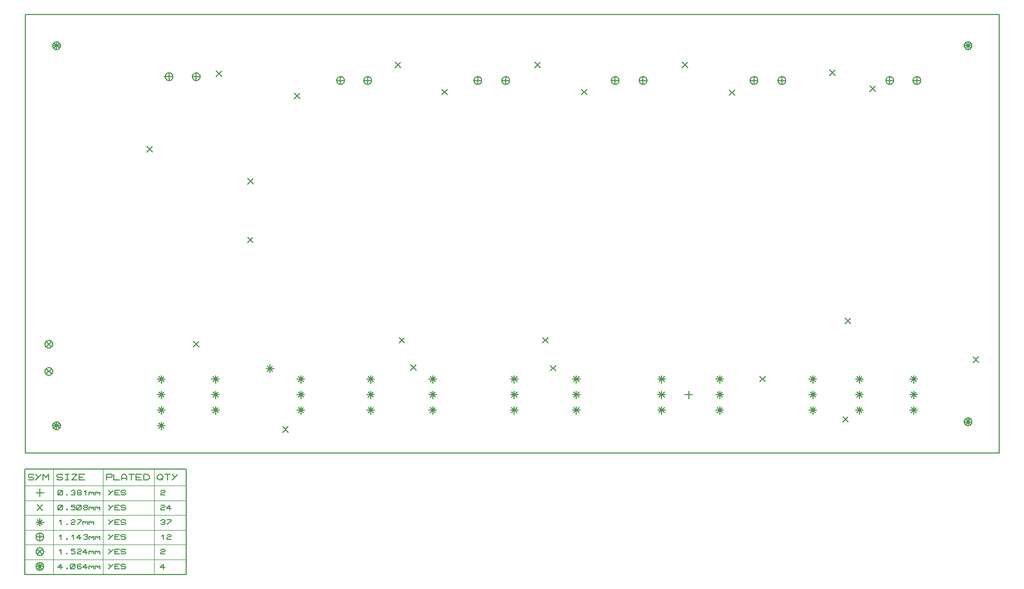
<source format=gbr>
G04 PROTEUS RS274X GERBER FILE*
%FSLAX45Y45*%
%MOMM*%
G01*
%ADD39C,0.203200*%
%ADD124C,0.127000*%
%ADD125C,0.063500*%
D39*
X-1314901Y-2368099D02*
X-1225099Y-2457901D01*
X-1314901Y-2457901D02*
X-1225099Y-2368099D01*
X+5987599Y-2050599D02*
X+6077401Y-2140401D01*
X+5987599Y-2140401D02*
X+6077401Y-2050599D01*
X+1034599Y-2368099D02*
X+1124401Y-2457901D01*
X+1034599Y-2457901D02*
X+1124401Y-2368099D01*
X-3424759Y-2813072D02*
X-3424759Y-2940072D01*
X-3488259Y-2876572D02*
X-3361259Y-2876572D01*
X+3429000Y-3238500D02*
X+3429000Y-3365500D01*
X+3365500Y-3302000D02*
X+3492500Y-3302000D01*
X+5950393Y-3660950D02*
X+6040195Y-3750752D01*
X+5950393Y-3750752D02*
X+6040195Y-3660950D01*
X+8083099Y-2685599D02*
X+8172901Y-2775401D01*
X+8083099Y-2775401D02*
X+8172901Y-2685599D01*
X-3029401Y+1632401D02*
X-2939599Y+1542599D01*
X-3029401Y+1542599D02*
X-2939599Y+1632401D01*
X-616401Y+1695901D02*
X-526599Y+1606099D01*
X-616401Y+1606099D02*
X-526599Y+1695901D01*
X+1669599Y+1695901D02*
X+1759401Y+1606099D01*
X+1669599Y+1606099D02*
X+1759401Y+1695901D01*
X+4089445Y+1689910D02*
X+4179247Y+1600108D01*
X+4089445Y+1600108D02*
X+4179247Y+1689910D01*
X+5733599Y+2013401D02*
X+5823401Y+1923599D01*
X+5733599Y+1923599D02*
X+5823401Y+2013401D01*
X+6392255Y+1751930D02*
X+6482057Y+1662128D01*
X+6392255Y+1662128D02*
X+6482057Y+1751930D01*
X+3320599Y+2140401D02*
X+3410401Y+2050599D01*
X+3320599Y+2050599D02*
X+3410401Y+2140401D01*
X+907599Y+2140401D02*
X+997401Y+2050599D01*
X+907599Y+2050599D02*
X+997401Y+2140401D01*
X-1378401Y+2140401D02*
X-1288599Y+2050599D01*
X-1378401Y+2050599D02*
X-1288599Y+2140401D01*
X-4680401Y-2431599D02*
X-4590599Y-2521401D01*
X-4680401Y-2521401D02*
X-4590599Y-2431599D01*
X-3473901Y-2831671D02*
X-3384099Y-2921473D01*
X-3473901Y-2921473D02*
X-3384099Y-2831671D01*
X-3219901Y-3828599D02*
X-3130099Y-3918401D01*
X-3219901Y-3918401D02*
X-3130099Y-3828599D01*
X-3794746Y-723178D02*
X-3704944Y-812980D01*
X-3794746Y-812980D02*
X-3704944Y-723178D01*
X-3791401Y+235401D02*
X-3701599Y+145599D01*
X-3791401Y+145599D02*
X-3701599Y+235401D01*
X-4308862Y+1999984D02*
X-4219060Y+1910182D01*
X-4308862Y+1910182D02*
X-4219060Y+1999984D01*
X-5439461Y+763587D02*
X-5349659Y+673785D01*
X-5439461Y+673785D02*
X-5349659Y+763587D01*
X-1124401Y-2812599D02*
X-1034599Y-2902401D01*
X-1124401Y-2902401D02*
X-1034599Y-2812599D01*
X+4590599Y-3003099D02*
X+4680401Y-3092901D01*
X+4590599Y-3092901D02*
X+4680401Y-3003099D01*
X+1161599Y-2825299D02*
X+1251401Y-2915101D01*
X+1161599Y-2915101D02*
X+1251401Y-2825299D01*
X-6985000Y-2476500D02*
X-6985217Y-2471253D01*
X-6986982Y-2460758D01*
X-6990674Y-2450263D01*
X-6996702Y-2439768D01*
X-7005924Y-2429388D01*
X-7016419Y-2421700D01*
X-7026914Y-2416782D01*
X-7037409Y-2413976D01*
X-7047904Y-2413003D01*
X-7048500Y-2413000D01*
X-7112000Y-2476500D02*
X-7111783Y-2471253D01*
X-7110018Y-2460758D01*
X-7106326Y-2450263D01*
X-7100298Y-2439768D01*
X-7091076Y-2429388D01*
X-7080581Y-2421700D01*
X-7070086Y-2416782D01*
X-7059591Y-2413976D01*
X-7049096Y-2413003D01*
X-7048500Y-2413000D01*
X-7112000Y-2476500D02*
X-7111783Y-2481747D01*
X-7110018Y-2492242D01*
X-7106326Y-2502737D01*
X-7100298Y-2513232D01*
X-7091076Y-2523612D01*
X-7080581Y-2531300D01*
X-7070086Y-2536218D01*
X-7059591Y-2539024D01*
X-7049096Y-2539997D01*
X-7048500Y-2540000D01*
X-6985000Y-2476500D02*
X-6985217Y-2481747D01*
X-6986982Y-2492242D01*
X-6990674Y-2502737D01*
X-6996702Y-2513232D01*
X-7005924Y-2523612D01*
X-7016419Y-2531300D01*
X-7026914Y-2536218D01*
X-7037409Y-2539024D01*
X-7047904Y-2539997D01*
X-7048500Y-2540000D01*
X-7093401Y-2431599D02*
X-7003599Y-2521401D01*
X-7093401Y-2521401D02*
X-7003599Y-2431599D01*
X-6985000Y-2921000D02*
X-6985217Y-2915753D01*
X-6986982Y-2905258D01*
X-6990674Y-2894763D01*
X-6996702Y-2884268D01*
X-7005924Y-2873888D01*
X-7016419Y-2866200D01*
X-7026914Y-2861282D01*
X-7037409Y-2858476D01*
X-7047904Y-2857503D01*
X-7048500Y-2857500D01*
X-7112000Y-2921000D02*
X-7111783Y-2915753D01*
X-7110018Y-2905258D01*
X-7106326Y-2894763D01*
X-7100298Y-2884268D01*
X-7091076Y-2873888D01*
X-7080581Y-2866200D01*
X-7070086Y-2861282D01*
X-7059591Y-2858476D01*
X-7049096Y-2857503D01*
X-7048500Y-2857500D01*
X-7112000Y-2921000D02*
X-7111783Y-2926247D01*
X-7110018Y-2936742D01*
X-7106326Y-2947237D01*
X-7100298Y-2957732D01*
X-7091076Y-2968112D01*
X-7080581Y-2975800D01*
X-7070086Y-2980718D01*
X-7059591Y-2983524D01*
X-7049096Y-2984497D01*
X-7048500Y-2984500D01*
X-6985000Y-2921000D02*
X-6985217Y-2926247D01*
X-6986982Y-2936742D01*
X-6990674Y-2947237D01*
X-6996702Y-2957732D01*
X-7005924Y-2968112D01*
X-7016419Y-2975800D01*
X-7026914Y-2980718D01*
X-7037409Y-2983524D01*
X-7047904Y-2984497D01*
X-7048500Y-2984500D01*
X-7093401Y-2876099D02*
X-7003599Y-2965901D01*
X-7093401Y-2965901D02*
X-7003599Y-2876099D01*
X-1765300Y+1841500D02*
X-1765517Y+1846747D01*
X-1767282Y+1857242D01*
X-1770974Y+1867737D01*
X-1777002Y+1878232D01*
X-1786224Y+1888612D01*
X-1796719Y+1896300D01*
X-1807214Y+1901218D01*
X-1817709Y+1904024D01*
X-1828204Y+1904997D01*
X-1828800Y+1905000D01*
X-1892300Y+1841500D02*
X-1892083Y+1846747D01*
X-1890318Y+1857242D01*
X-1886626Y+1867737D01*
X-1880598Y+1878232D01*
X-1871376Y+1888612D01*
X-1860881Y+1896300D01*
X-1850386Y+1901218D01*
X-1839891Y+1904024D01*
X-1829396Y+1904997D01*
X-1828800Y+1905000D01*
X-1892300Y+1841500D02*
X-1892083Y+1836253D01*
X-1890318Y+1825758D01*
X-1886626Y+1815263D01*
X-1880598Y+1804768D01*
X-1871376Y+1794388D01*
X-1860881Y+1786700D01*
X-1850386Y+1781782D01*
X-1839891Y+1778976D01*
X-1829396Y+1778003D01*
X-1828800Y+1778000D01*
X-1765300Y+1841500D02*
X-1765517Y+1836253D01*
X-1767282Y+1825758D01*
X-1770974Y+1815263D01*
X-1777002Y+1804768D01*
X-1786224Y+1794388D01*
X-1796719Y+1786700D01*
X-1807214Y+1781782D01*
X-1817709Y+1778976D01*
X-1828204Y+1778003D01*
X-1828800Y+1778000D01*
X-1828800Y+1905000D02*
X-1828800Y+1778000D01*
X-1892300Y+1841500D02*
X-1765300Y+1841500D01*
X-2921000Y-3492500D02*
X-2921000Y-3619500D01*
X-2984500Y-3556000D02*
X-2857500Y-3556000D01*
X-2965901Y-3511099D02*
X-2876099Y-3600901D01*
X-2965901Y-3600901D02*
X-2876099Y-3511099D01*
X-2921000Y-2984500D02*
X-2921000Y-3111500D01*
X-2984500Y-3048000D02*
X-2857500Y-3048000D01*
X-2965901Y-3003099D02*
X-2876099Y-3092901D01*
X-2965901Y-3092901D02*
X-2876099Y-3003099D01*
X-2921000Y-3238500D02*
X-2921000Y-3365500D01*
X-2984500Y-3302000D02*
X-2857500Y-3302000D01*
X-2965901Y-3257099D02*
X-2876099Y-3346901D01*
X-2965901Y-3346901D02*
X-2876099Y-3257099D01*
X+495300Y+1841500D02*
X+495083Y+1846747D01*
X+493318Y+1857242D01*
X+489626Y+1867737D01*
X+483598Y+1878232D01*
X+474376Y+1888612D01*
X+463881Y+1896300D01*
X+453386Y+1901218D01*
X+442891Y+1904024D01*
X+432396Y+1904997D01*
X+431800Y+1905000D01*
X+368300Y+1841500D02*
X+368517Y+1846747D01*
X+370282Y+1857242D01*
X+373974Y+1867737D01*
X+380002Y+1878232D01*
X+389224Y+1888612D01*
X+399719Y+1896300D01*
X+410214Y+1901218D01*
X+420709Y+1904024D01*
X+431204Y+1904997D01*
X+431800Y+1905000D01*
X+368300Y+1841500D02*
X+368517Y+1836253D01*
X+370282Y+1825758D01*
X+373974Y+1815263D01*
X+380002Y+1804768D01*
X+389224Y+1794388D01*
X+399719Y+1786700D01*
X+410214Y+1781782D01*
X+420709Y+1778976D01*
X+431204Y+1778003D01*
X+431800Y+1778000D01*
X+495300Y+1841500D02*
X+495083Y+1836253D01*
X+493318Y+1825758D01*
X+489626Y+1815263D01*
X+483598Y+1804768D01*
X+474376Y+1794388D01*
X+463881Y+1786700D01*
X+453386Y+1781782D01*
X+442891Y+1778976D01*
X+432396Y+1778003D01*
X+431800Y+1778000D01*
X+431800Y+1905000D02*
X+431800Y+1778000D01*
X+368300Y+1841500D02*
X+495300Y+1841500D01*
X-762000Y-3492500D02*
X-762000Y-3619500D01*
X-825500Y-3556000D02*
X-698500Y-3556000D01*
X-806901Y-3511099D02*
X-717099Y-3600901D01*
X-806901Y-3600901D02*
X-717099Y-3511099D01*
X-762000Y-3238500D02*
X-762000Y-3365500D01*
X-825500Y-3302000D02*
X-698500Y-3302000D01*
X-806901Y-3257099D02*
X-717099Y-3346901D01*
X-806901Y-3346901D02*
X-717099Y-3257099D01*
X-762000Y-2984500D02*
X-762000Y-3111500D01*
X-825500Y-3048000D02*
X-698500Y-3048000D01*
X-806901Y-3003099D02*
X-717099Y-3092901D01*
X-806901Y-3092901D02*
X-717099Y-3003099D01*
X+1587500Y-3238500D02*
X+1587500Y-3365500D01*
X+1524000Y-3302000D02*
X+1651000Y-3302000D01*
X+1542599Y-3257099D02*
X+1632401Y-3346901D01*
X+1542599Y-3346901D02*
X+1632401Y-3257099D01*
X+1587500Y-3492500D02*
X+1587500Y-3619500D01*
X+1524000Y-3556000D02*
X+1651000Y-3556000D01*
X+1542599Y-3511099D02*
X+1632401Y-3600901D01*
X+1542599Y-3600901D02*
X+1632401Y-3511099D01*
X+1587500Y-2984500D02*
X+1587500Y-3111500D01*
X+1524000Y-3048000D02*
X+1651000Y-3048000D01*
X+1542599Y-3003099D02*
X+1632401Y-3092901D01*
X+1542599Y-3092901D02*
X+1632401Y-3003099D01*
X+2743200Y+1841500D02*
X+2742983Y+1846747D01*
X+2741218Y+1857242D01*
X+2737526Y+1867737D01*
X+2731498Y+1878232D01*
X+2722276Y+1888612D01*
X+2711781Y+1896300D01*
X+2701286Y+1901218D01*
X+2690791Y+1904024D01*
X+2680296Y+1904997D01*
X+2679700Y+1905000D01*
X+2616200Y+1841500D02*
X+2616417Y+1846747D01*
X+2618182Y+1857242D01*
X+2621874Y+1867737D01*
X+2627902Y+1878232D01*
X+2637124Y+1888612D01*
X+2647619Y+1896300D01*
X+2658114Y+1901218D01*
X+2668609Y+1904024D01*
X+2679104Y+1904997D01*
X+2679700Y+1905000D01*
X+2616200Y+1841500D02*
X+2616417Y+1836253D01*
X+2618182Y+1825758D01*
X+2621874Y+1815263D01*
X+2627902Y+1804768D01*
X+2637124Y+1794388D01*
X+2647619Y+1786700D01*
X+2658114Y+1781782D01*
X+2668609Y+1778976D01*
X+2679104Y+1778003D01*
X+2679700Y+1778000D01*
X+2743200Y+1841500D02*
X+2742983Y+1836253D01*
X+2741218Y+1825758D01*
X+2737526Y+1815263D01*
X+2731498Y+1804768D01*
X+2722276Y+1794388D01*
X+2711781Y+1786700D01*
X+2701286Y+1781782D01*
X+2690791Y+1778976D01*
X+2680296Y+1778003D01*
X+2679700Y+1778000D01*
X+2679700Y+1905000D02*
X+2679700Y+1778000D01*
X+2616200Y+1841500D02*
X+2743200Y+1841500D01*
X+3937000Y-3492500D02*
X+3937000Y-3619500D01*
X+3873500Y-3556000D02*
X+4000500Y-3556000D01*
X+3892099Y-3511099D02*
X+3981901Y-3600901D01*
X+3892099Y-3600901D02*
X+3981901Y-3511099D01*
X+6223000Y-3492500D02*
X+6223000Y-3619500D01*
X+6159500Y-3556000D02*
X+6286500Y-3556000D01*
X+6178099Y-3511099D02*
X+6267901Y-3600901D01*
X+6178099Y-3600901D02*
X+6267901Y-3511099D01*
X+3937000Y-2984500D02*
X+3937000Y-3111500D01*
X+3873500Y-3048000D02*
X+4000500Y-3048000D01*
X+3892099Y-3003099D02*
X+3981901Y-3092901D01*
X+3892099Y-3092901D02*
X+3981901Y-3003099D01*
X+6223000Y-2984500D02*
X+6223000Y-3111500D01*
X+6159500Y-3048000D02*
X+6286500Y-3048000D01*
X+6178099Y-3003099D02*
X+6267901Y-3092901D01*
X+6178099Y-3092901D02*
X+6267901Y-3003099D01*
X+3937000Y-3238500D02*
X+3937000Y-3365500D01*
X+3873500Y-3302000D02*
X+4000500Y-3302000D01*
X+3892099Y-3257099D02*
X+3981901Y-3346901D01*
X+3892099Y-3346901D02*
X+3981901Y-3257099D01*
X+6223000Y-3238500D02*
X+6223000Y-3365500D01*
X+6159500Y-3302000D02*
X+6286500Y-3302000D01*
X+6178099Y-3257099D02*
X+6267901Y-3346901D01*
X+6178099Y-3346901D02*
X+6267901Y-3257099D01*
X+5016500Y+1841500D02*
X+5016283Y+1846747D01*
X+5014518Y+1857242D01*
X+5010826Y+1867737D01*
X+5004798Y+1878232D01*
X+4995576Y+1888612D01*
X+4985081Y+1896300D01*
X+4974586Y+1901218D01*
X+4964091Y+1904024D01*
X+4953596Y+1904997D01*
X+4953000Y+1905000D01*
X+4889500Y+1841500D02*
X+4889717Y+1846747D01*
X+4891482Y+1857242D01*
X+4895174Y+1867737D01*
X+4901202Y+1878232D01*
X+4910424Y+1888612D01*
X+4920919Y+1896300D01*
X+4931414Y+1901218D01*
X+4941909Y+1904024D01*
X+4952404Y+1904997D01*
X+4953000Y+1905000D01*
X+4889500Y+1841500D02*
X+4889717Y+1836253D01*
X+4891482Y+1825758D01*
X+4895174Y+1815263D01*
X+4901202Y+1804768D01*
X+4910424Y+1794388D01*
X+4920919Y+1786700D01*
X+4931414Y+1781782D01*
X+4941909Y+1778976D01*
X+4952404Y+1778003D01*
X+4953000Y+1778000D01*
X+5016500Y+1841500D02*
X+5016283Y+1836253D01*
X+5014518Y+1825758D01*
X+5010826Y+1815263D01*
X+5004798Y+1804768D01*
X+4995576Y+1794388D01*
X+4985081Y+1786700D01*
X+4974586Y+1781782D01*
X+4964091Y+1778976D01*
X+4953596Y+1778003D01*
X+4953000Y+1778000D01*
X+4953000Y+1905000D02*
X+4953000Y+1778000D01*
X+4889500Y+1841500D02*
X+5016500Y+1841500D01*
X+7226300Y+1841500D02*
X+7226083Y+1846747D01*
X+7224318Y+1857242D01*
X+7220626Y+1867737D01*
X+7214598Y+1878232D01*
X+7205376Y+1888612D01*
X+7194881Y+1896300D01*
X+7184386Y+1901218D01*
X+7173891Y+1904024D01*
X+7163396Y+1904997D01*
X+7162800Y+1905000D01*
X+7099300Y+1841500D02*
X+7099517Y+1846747D01*
X+7101282Y+1857242D01*
X+7104974Y+1867737D01*
X+7111002Y+1878232D01*
X+7120224Y+1888612D01*
X+7130719Y+1896300D01*
X+7141214Y+1901218D01*
X+7151709Y+1904024D01*
X+7162204Y+1904997D01*
X+7162800Y+1905000D01*
X+7099300Y+1841500D02*
X+7099517Y+1836253D01*
X+7101282Y+1825758D01*
X+7104974Y+1815263D01*
X+7111002Y+1804768D01*
X+7120224Y+1794388D01*
X+7130719Y+1786700D01*
X+7141214Y+1781782D01*
X+7151709Y+1778976D01*
X+7162204Y+1778003D01*
X+7162800Y+1778000D01*
X+7226300Y+1841500D02*
X+7226083Y+1836253D01*
X+7224318Y+1825758D01*
X+7220626Y+1815263D01*
X+7214598Y+1804768D01*
X+7205376Y+1794388D01*
X+7194881Y+1786700D01*
X+7184386Y+1781782D01*
X+7173891Y+1778976D01*
X+7163396Y+1778003D01*
X+7162800Y+1778000D01*
X+7162800Y+1905000D02*
X+7162800Y+1778000D01*
X+7099300Y+1841500D02*
X+7226300Y+1841500D01*
X+7112000Y-3238500D02*
X+7112000Y-3365500D01*
X+7048500Y-3302000D02*
X+7175500Y-3302000D01*
X+7067099Y-3257099D02*
X+7156901Y-3346901D01*
X+7067099Y-3346901D02*
X+7156901Y-3257099D01*
X+5461000Y-3238500D02*
X+5461000Y-3365500D01*
X+5397500Y-3302000D02*
X+5524500Y-3302000D01*
X+5416099Y-3257099D02*
X+5505901Y-3346901D01*
X+5416099Y-3346901D02*
X+5505901Y-3257099D01*
X+2984500Y-3238500D02*
X+2984500Y-3365500D01*
X+2921000Y-3302000D02*
X+3048000Y-3302000D01*
X+2939599Y-3257099D02*
X+3029401Y-3346901D01*
X+2939599Y-3346901D02*
X+3029401Y-3257099D01*
X+571500Y-3238500D02*
X+571500Y-3365500D01*
X+508000Y-3302000D02*
X+635000Y-3302000D01*
X+526599Y-3257099D02*
X+616401Y-3346901D01*
X+526599Y-3346901D02*
X+616401Y-3257099D01*
X-1778000Y-3238500D02*
X-1778000Y-3365500D01*
X-1841500Y-3302000D02*
X-1714500Y-3302000D01*
X-1822901Y-3257099D02*
X-1733099Y-3346901D01*
X-1822901Y-3346901D02*
X-1733099Y-3257099D01*
X+7112000Y-3492500D02*
X+7112000Y-3619500D01*
X+7048500Y-3556000D02*
X+7175500Y-3556000D01*
X+7067099Y-3511099D02*
X+7156901Y-3600901D01*
X+7067099Y-3600901D02*
X+7156901Y-3511099D01*
X+5461000Y-3492500D02*
X+5461000Y-3619500D01*
X+5397500Y-3556000D02*
X+5524500Y-3556000D01*
X+5416099Y-3511099D02*
X+5505901Y-3600901D01*
X+5416099Y-3600901D02*
X+5505901Y-3511099D01*
X+2984500Y-3492500D02*
X+2984500Y-3619500D01*
X+2921000Y-3556000D02*
X+3048000Y-3556000D01*
X+2939599Y-3511099D02*
X+3029401Y-3600901D01*
X+2939599Y-3600901D02*
X+3029401Y-3511099D01*
X+571500Y-3492500D02*
X+571500Y-3619500D01*
X+508000Y-3556000D02*
X+635000Y-3556000D01*
X+526599Y-3511099D02*
X+616401Y-3600901D01*
X+526599Y-3600901D02*
X+616401Y-3511099D01*
X-1778000Y-3492500D02*
X-1778000Y-3619500D01*
X-1841500Y-3556000D02*
X-1714500Y-3556000D01*
X-1822901Y-3511099D02*
X-1733099Y-3600901D01*
X-1822901Y-3600901D02*
X-1733099Y-3511099D01*
X+7112000Y-2984500D02*
X+7112000Y-3111500D01*
X+7048500Y-3048000D02*
X+7175500Y-3048000D01*
X+7067099Y-3003099D02*
X+7156901Y-3092901D01*
X+7067099Y-3092901D02*
X+7156901Y-3003099D01*
X+5461000Y-2984500D02*
X+5461000Y-3111500D01*
X+5397500Y-3048000D02*
X+5524500Y-3048000D01*
X+5416099Y-3003099D02*
X+5505901Y-3092901D01*
X+5416099Y-3092901D02*
X+5505901Y-3003099D01*
X+2984500Y-2984500D02*
X+2984500Y-3111500D01*
X+2921000Y-3048000D02*
X+3048000Y-3048000D01*
X+2939599Y-3003099D02*
X+3029401Y-3092901D01*
X+2939599Y-3092901D02*
X+3029401Y-3003099D01*
X+571500Y-2984500D02*
X+571500Y-3111500D01*
X+508000Y-3048000D02*
X+635000Y-3048000D01*
X+526599Y-3003099D02*
X+616401Y-3092901D01*
X+526599Y-3092901D02*
X+616401Y-3003099D01*
X-1778000Y-2984500D02*
X-1778000Y-3111500D01*
X-1841500Y-3048000D02*
X-1714500Y-3048000D01*
X-1822901Y-3003099D02*
X-1733099Y-3092901D01*
X-1822901Y-3092901D02*
X-1733099Y-3003099D01*
X+6781800Y+1841500D02*
X+6781583Y+1846747D01*
X+6779818Y+1857242D01*
X+6776126Y+1867737D01*
X+6770098Y+1878232D01*
X+6760876Y+1888612D01*
X+6750381Y+1896300D01*
X+6739886Y+1901218D01*
X+6729391Y+1904024D01*
X+6718896Y+1904997D01*
X+6718300Y+1905000D01*
X+6654800Y+1841500D02*
X+6655017Y+1846747D01*
X+6656782Y+1857242D01*
X+6660474Y+1867737D01*
X+6666502Y+1878232D01*
X+6675724Y+1888612D01*
X+6686219Y+1896300D01*
X+6696714Y+1901218D01*
X+6707209Y+1904024D01*
X+6717704Y+1904997D01*
X+6718300Y+1905000D01*
X+6654800Y+1841500D02*
X+6655017Y+1836253D01*
X+6656782Y+1825758D01*
X+6660474Y+1815263D01*
X+6666502Y+1804768D01*
X+6675724Y+1794388D01*
X+6686219Y+1786700D01*
X+6696714Y+1781782D01*
X+6707209Y+1778976D01*
X+6717704Y+1778003D01*
X+6718300Y+1778000D01*
X+6781800Y+1841500D02*
X+6781583Y+1836253D01*
X+6779818Y+1825758D01*
X+6776126Y+1815263D01*
X+6770098Y+1804768D01*
X+6760876Y+1794388D01*
X+6750381Y+1786700D01*
X+6739886Y+1781782D01*
X+6729391Y+1778976D01*
X+6718896Y+1778003D01*
X+6718300Y+1778000D01*
X+6718300Y+1905000D02*
X+6718300Y+1778000D01*
X+6654800Y+1841500D02*
X+6781800Y+1841500D01*
X+4559300Y+1841500D02*
X+4559083Y+1846747D01*
X+4557318Y+1857242D01*
X+4553626Y+1867737D01*
X+4547598Y+1878232D01*
X+4538376Y+1888612D01*
X+4527881Y+1896300D01*
X+4517386Y+1901218D01*
X+4506891Y+1904024D01*
X+4496396Y+1904997D01*
X+4495800Y+1905000D01*
X+4432300Y+1841500D02*
X+4432517Y+1846747D01*
X+4434282Y+1857242D01*
X+4437974Y+1867737D01*
X+4444002Y+1878232D01*
X+4453224Y+1888612D01*
X+4463719Y+1896300D01*
X+4474214Y+1901218D01*
X+4484709Y+1904024D01*
X+4495204Y+1904997D01*
X+4495800Y+1905000D01*
X+4432300Y+1841500D02*
X+4432517Y+1836253D01*
X+4434282Y+1825758D01*
X+4437974Y+1815263D01*
X+4444002Y+1804768D01*
X+4453224Y+1794388D01*
X+4463719Y+1786700D01*
X+4474214Y+1781782D01*
X+4484709Y+1778976D01*
X+4495204Y+1778003D01*
X+4495800Y+1778000D01*
X+4559300Y+1841500D02*
X+4559083Y+1836253D01*
X+4557318Y+1825758D01*
X+4553626Y+1815263D01*
X+4547598Y+1804768D01*
X+4538376Y+1794388D01*
X+4527881Y+1786700D01*
X+4517386Y+1781782D01*
X+4506891Y+1778976D01*
X+4496396Y+1778003D01*
X+4495800Y+1778000D01*
X+4495800Y+1905000D02*
X+4495800Y+1778000D01*
X+4432300Y+1841500D02*
X+4559300Y+1841500D01*
X+2286000Y+1841500D02*
X+2285783Y+1846747D01*
X+2284018Y+1857242D01*
X+2280326Y+1867737D01*
X+2274298Y+1878232D01*
X+2265076Y+1888612D01*
X+2254581Y+1896300D01*
X+2244086Y+1901218D01*
X+2233591Y+1904024D01*
X+2223096Y+1904997D01*
X+2222500Y+1905000D01*
X+2159000Y+1841500D02*
X+2159217Y+1846747D01*
X+2160982Y+1857242D01*
X+2164674Y+1867737D01*
X+2170702Y+1878232D01*
X+2179924Y+1888612D01*
X+2190419Y+1896300D01*
X+2200914Y+1901218D01*
X+2211409Y+1904024D01*
X+2221904Y+1904997D01*
X+2222500Y+1905000D01*
X+2159000Y+1841500D02*
X+2159217Y+1836253D01*
X+2160982Y+1825758D01*
X+2164674Y+1815263D01*
X+2170702Y+1804768D01*
X+2179924Y+1794388D01*
X+2190419Y+1786700D01*
X+2200914Y+1781782D01*
X+2211409Y+1778976D01*
X+2221904Y+1778003D01*
X+2222500Y+1778000D01*
X+2286000Y+1841500D02*
X+2285783Y+1836253D01*
X+2284018Y+1825758D01*
X+2280326Y+1815263D01*
X+2274298Y+1804768D01*
X+2265076Y+1794388D01*
X+2254581Y+1786700D01*
X+2244086Y+1781782D01*
X+2233591Y+1778976D01*
X+2223096Y+1778003D01*
X+2222500Y+1778000D01*
X+2222500Y+1905000D02*
X+2222500Y+1778000D01*
X+2159000Y+1841500D02*
X+2286000Y+1841500D01*
X+38100Y+1841500D02*
X+37883Y+1846747D01*
X+36118Y+1857242D01*
X+32426Y+1867737D01*
X+26398Y+1878232D01*
X+17176Y+1888612D01*
X+6681Y+1896300D01*
X-3814Y+1901218D01*
X-14309Y+1904024D01*
X-24804Y+1904997D01*
X-25400Y+1905000D01*
X-88900Y+1841500D02*
X-88683Y+1846747D01*
X-86918Y+1857242D01*
X-83226Y+1867737D01*
X-77198Y+1878232D01*
X-67976Y+1888612D01*
X-57481Y+1896300D01*
X-46986Y+1901218D01*
X-36491Y+1904024D01*
X-25996Y+1904997D01*
X-25400Y+1905000D01*
X-88900Y+1841500D02*
X-88683Y+1836253D01*
X-86918Y+1825758D01*
X-83226Y+1815263D01*
X-77198Y+1804768D01*
X-67976Y+1794388D01*
X-57481Y+1786700D01*
X-46986Y+1781782D01*
X-36491Y+1778976D01*
X-25996Y+1778003D01*
X-25400Y+1778000D01*
X+38100Y+1841500D02*
X+37883Y+1836253D01*
X+36118Y+1825758D01*
X+32426Y+1815263D01*
X+26398Y+1804768D01*
X+17176Y+1794388D01*
X+6681Y+1786700D01*
X-3814Y+1781782D01*
X-14309Y+1778976D01*
X-24804Y+1778003D01*
X-25400Y+1778000D01*
X-25400Y+1905000D02*
X-25400Y+1778000D01*
X-88900Y+1841500D02*
X+38100Y+1841500D01*
X-2209800Y+1841500D02*
X-2210017Y+1846747D01*
X-2211782Y+1857242D01*
X-2215474Y+1867737D01*
X-2221502Y+1878232D01*
X-2230724Y+1888612D01*
X-2241219Y+1896300D01*
X-2251714Y+1901218D01*
X-2262209Y+1904024D01*
X-2272704Y+1904997D01*
X-2273300Y+1905000D01*
X-2336800Y+1841500D02*
X-2336583Y+1846747D01*
X-2334818Y+1857242D01*
X-2331126Y+1867737D01*
X-2325098Y+1878232D01*
X-2315876Y+1888612D01*
X-2305381Y+1896300D01*
X-2294886Y+1901218D01*
X-2284391Y+1904024D01*
X-2273896Y+1904997D01*
X-2273300Y+1905000D01*
X-2336800Y+1841500D02*
X-2336583Y+1836253D01*
X-2334818Y+1825758D01*
X-2331126Y+1815263D01*
X-2325098Y+1804768D01*
X-2315876Y+1794388D01*
X-2305381Y+1786700D01*
X-2294886Y+1781782D01*
X-2284391Y+1778976D01*
X-2273896Y+1778003D01*
X-2273300Y+1778000D01*
X-2209800Y+1841500D02*
X-2210017Y+1836253D01*
X-2211782Y+1825758D01*
X-2215474Y+1815263D01*
X-2221502Y+1804768D01*
X-2230724Y+1794388D01*
X-2241219Y+1786700D01*
X-2251714Y+1781782D01*
X-2262209Y+1778976D01*
X-2272704Y+1778003D01*
X-2273300Y+1778000D01*
X-2273300Y+1905000D02*
X-2273300Y+1778000D01*
X-2336800Y+1841500D02*
X-2209800Y+1841500D01*
X-5016500Y+1905000D02*
X-5016717Y+1910247D01*
X-5018482Y+1920742D01*
X-5022174Y+1931237D01*
X-5028202Y+1941732D01*
X-5037424Y+1952112D01*
X-5047919Y+1959800D01*
X-5058414Y+1964718D01*
X-5068909Y+1967524D01*
X-5079404Y+1968497D01*
X-5080000Y+1968500D01*
X-5143500Y+1905000D02*
X-5143283Y+1910247D01*
X-5141518Y+1920742D01*
X-5137826Y+1931237D01*
X-5131798Y+1941732D01*
X-5122576Y+1952112D01*
X-5112081Y+1959800D01*
X-5101586Y+1964718D01*
X-5091091Y+1967524D01*
X-5080596Y+1968497D01*
X-5080000Y+1968500D01*
X-5143500Y+1905000D02*
X-5143283Y+1899753D01*
X-5141518Y+1889258D01*
X-5137826Y+1878763D01*
X-5131798Y+1868268D01*
X-5122576Y+1857888D01*
X-5112081Y+1850200D01*
X-5101586Y+1845282D01*
X-5091091Y+1842476D01*
X-5080596Y+1841503D01*
X-5080000Y+1841500D01*
X-5016500Y+1905000D02*
X-5016717Y+1899753D01*
X-5018482Y+1889258D01*
X-5022174Y+1878763D01*
X-5028202Y+1868268D01*
X-5037424Y+1857888D01*
X-5047919Y+1850200D01*
X-5058414Y+1845282D01*
X-5068909Y+1842476D01*
X-5079404Y+1841503D01*
X-5080000Y+1841500D01*
X-5080000Y+1968500D02*
X-5080000Y+1841500D01*
X-5143500Y+1905000D02*
X-5016500Y+1905000D01*
X-4318000Y-3492500D02*
X-4318000Y-3619500D01*
X-4381500Y-3556000D02*
X-4254500Y-3556000D01*
X-4362901Y-3511099D02*
X-4273099Y-3600901D01*
X-4362901Y-3600901D02*
X-4273099Y-3511099D01*
X-4318000Y-2984500D02*
X-4318000Y-3111500D01*
X-4381500Y-3048000D02*
X-4254500Y-3048000D01*
X-4362901Y-3003099D02*
X-4273099Y-3092901D01*
X-4362901Y-3092901D02*
X-4273099Y-3003099D01*
X-4318000Y-3238500D02*
X-4318000Y-3365500D01*
X-4381500Y-3302000D02*
X-4254500Y-3302000D01*
X-4362901Y-3257099D02*
X-4273099Y-3346901D01*
X-4362901Y-3346901D02*
X-4273099Y-3257099D01*
X-6858000Y-3810000D02*
X-6858217Y-3804753D01*
X-6859982Y-3794258D01*
X-6863674Y-3783763D01*
X-6869702Y-3773268D01*
X-6878924Y-3762888D01*
X-6889419Y-3755200D01*
X-6899914Y-3750282D01*
X-6910409Y-3747476D01*
X-6920904Y-3746503D01*
X-6921500Y-3746500D01*
X-6985000Y-3810000D02*
X-6984783Y-3804753D01*
X-6983018Y-3794258D01*
X-6979326Y-3783763D01*
X-6973298Y-3773268D01*
X-6964076Y-3762888D01*
X-6953581Y-3755200D01*
X-6943086Y-3750282D01*
X-6932591Y-3747476D01*
X-6922096Y-3746503D01*
X-6921500Y-3746500D01*
X-6985000Y-3810000D02*
X-6984783Y-3815247D01*
X-6983018Y-3825742D01*
X-6979326Y-3836237D01*
X-6973298Y-3846732D01*
X-6964076Y-3857112D01*
X-6953581Y-3864800D01*
X-6943086Y-3869718D01*
X-6932591Y-3872524D01*
X-6922096Y-3873497D01*
X-6921500Y-3873500D01*
X-6858000Y-3810000D02*
X-6858217Y-3815247D01*
X-6859982Y-3825742D01*
X-6863674Y-3836237D01*
X-6869702Y-3846732D01*
X-6878924Y-3857112D01*
X-6889419Y-3864800D01*
X-6899914Y-3869718D01*
X-6910409Y-3872524D01*
X-6920904Y-3873497D01*
X-6921500Y-3873500D01*
X-6921500Y-3746500D02*
X-6921500Y-3873500D01*
X-6985000Y-3810000D02*
X-6858000Y-3810000D01*
X-6858217Y-3804753D01*
X-6859982Y-3794258D01*
X-6863674Y-3783763D01*
X-6869702Y-3773268D01*
X-6878924Y-3762888D01*
X-6889419Y-3755200D01*
X-6899914Y-3750282D01*
X-6910409Y-3747476D01*
X-6920904Y-3746503D01*
X-6921500Y-3746500D01*
X-6985000Y-3810000D02*
X-6984783Y-3804753D01*
X-6983018Y-3794258D01*
X-6979326Y-3783763D01*
X-6973298Y-3773268D01*
X-6964076Y-3762888D01*
X-6953581Y-3755200D01*
X-6943086Y-3750282D01*
X-6932591Y-3747476D01*
X-6922096Y-3746503D01*
X-6921500Y-3746500D01*
X-6985000Y-3810000D02*
X-6984783Y-3815247D01*
X-6983018Y-3825742D01*
X-6979326Y-3836237D01*
X-6973298Y-3846732D01*
X-6964076Y-3857112D01*
X-6953581Y-3864800D01*
X-6943086Y-3869718D01*
X-6932591Y-3872524D01*
X-6922096Y-3873497D01*
X-6921500Y-3873500D01*
X-6858000Y-3810000D02*
X-6858217Y-3815247D01*
X-6859982Y-3825742D01*
X-6863674Y-3836237D01*
X-6869702Y-3846732D01*
X-6878924Y-3857112D01*
X-6889419Y-3864800D01*
X-6899914Y-3869718D01*
X-6910409Y-3872524D01*
X-6920904Y-3873497D01*
X-6921500Y-3873500D01*
X-6966401Y-3765099D02*
X-6876599Y-3854901D01*
X-6966401Y-3854901D02*
X-6876599Y-3765099D01*
X-6858000Y+2413000D02*
X-6858217Y+2418247D01*
X-6859982Y+2428742D01*
X-6863674Y+2439237D01*
X-6869702Y+2449732D01*
X-6878924Y+2460112D01*
X-6889419Y+2467800D01*
X-6899914Y+2472718D01*
X-6910409Y+2475524D01*
X-6920904Y+2476497D01*
X-6921500Y+2476500D01*
X-6985000Y+2413000D02*
X-6984783Y+2418247D01*
X-6983018Y+2428742D01*
X-6979326Y+2439237D01*
X-6973298Y+2449732D01*
X-6964076Y+2460112D01*
X-6953581Y+2467800D01*
X-6943086Y+2472718D01*
X-6932591Y+2475524D01*
X-6922096Y+2476497D01*
X-6921500Y+2476500D01*
X-6985000Y+2413000D02*
X-6984783Y+2407753D01*
X-6983018Y+2397258D01*
X-6979326Y+2386763D01*
X-6973298Y+2376268D01*
X-6964076Y+2365888D01*
X-6953581Y+2358200D01*
X-6943086Y+2353282D01*
X-6932591Y+2350476D01*
X-6922096Y+2349503D01*
X-6921500Y+2349500D01*
X-6858000Y+2413000D02*
X-6858217Y+2407753D01*
X-6859982Y+2397258D01*
X-6863674Y+2386763D01*
X-6869702Y+2376268D01*
X-6878924Y+2365888D01*
X-6889419Y+2358200D01*
X-6899914Y+2353282D01*
X-6910409Y+2350476D01*
X-6920904Y+2349503D01*
X-6921500Y+2349500D01*
X-6921500Y+2476500D02*
X-6921500Y+2349500D01*
X-6985000Y+2413000D02*
X-6858000Y+2413000D01*
X-6858217Y+2418247D01*
X-6859982Y+2428742D01*
X-6863674Y+2439237D01*
X-6869702Y+2449732D01*
X-6878924Y+2460112D01*
X-6889419Y+2467800D01*
X-6899914Y+2472718D01*
X-6910409Y+2475524D01*
X-6920904Y+2476497D01*
X-6921500Y+2476500D01*
X-6985000Y+2413000D02*
X-6984783Y+2418247D01*
X-6983018Y+2428742D01*
X-6979326Y+2439237D01*
X-6973298Y+2449732D01*
X-6964076Y+2460112D01*
X-6953581Y+2467800D01*
X-6943086Y+2472718D01*
X-6932591Y+2475524D01*
X-6922096Y+2476497D01*
X-6921500Y+2476500D01*
X-6985000Y+2413000D02*
X-6984783Y+2407753D01*
X-6983018Y+2397258D01*
X-6979326Y+2386763D01*
X-6973298Y+2376268D01*
X-6964076Y+2365888D01*
X-6953581Y+2358200D01*
X-6943086Y+2353282D01*
X-6932591Y+2350476D01*
X-6922096Y+2349503D01*
X-6921500Y+2349500D01*
X-6858000Y+2413000D02*
X-6858217Y+2407753D01*
X-6859982Y+2397258D01*
X-6863674Y+2386763D01*
X-6869702Y+2376268D01*
X-6878924Y+2365888D01*
X-6889419Y+2358200D01*
X-6899914Y+2353282D01*
X-6910409Y+2350476D01*
X-6920904Y+2349503D01*
X-6921500Y+2349500D01*
X-6966401Y+2457901D02*
X-6876599Y+2368099D01*
X-6966401Y+2368099D02*
X-6876599Y+2457901D01*
X+8064500Y+2413000D02*
X+8064283Y+2418247D01*
X+8062518Y+2428742D01*
X+8058826Y+2439237D01*
X+8052798Y+2449732D01*
X+8043576Y+2460112D01*
X+8033081Y+2467800D01*
X+8022586Y+2472718D01*
X+8012091Y+2475524D01*
X+8001596Y+2476497D01*
X+8001000Y+2476500D01*
X+7937500Y+2413000D02*
X+7937717Y+2418247D01*
X+7939482Y+2428742D01*
X+7943174Y+2439237D01*
X+7949202Y+2449732D01*
X+7958424Y+2460112D01*
X+7968919Y+2467800D01*
X+7979414Y+2472718D01*
X+7989909Y+2475524D01*
X+8000404Y+2476497D01*
X+8001000Y+2476500D01*
X+7937500Y+2413000D02*
X+7937717Y+2407753D01*
X+7939482Y+2397258D01*
X+7943174Y+2386763D01*
X+7949202Y+2376268D01*
X+7958424Y+2365888D01*
X+7968919Y+2358200D01*
X+7979414Y+2353282D01*
X+7989909Y+2350476D01*
X+8000404Y+2349503D01*
X+8001000Y+2349500D01*
X+8064500Y+2413000D02*
X+8064283Y+2407753D01*
X+8062518Y+2397258D01*
X+8058826Y+2386763D01*
X+8052798Y+2376268D01*
X+8043576Y+2365888D01*
X+8033081Y+2358200D01*
X+8022586Y+2353282D01*
X+8012091Y+2350476D01*
X+8001596Y+2349503D01*
X+8001000Y+2349500D01*
X+8001000Y+2476500D02*
X+8001000Y+2349500D01*
X+7937500Y+2413000D02*
X+8064500Y+2413000D01*
X+8064283Y+2418247D01*
X+8062518Y+2428742D01*
X+8058826Y+2439237D01*
X+8052798Y+2449732D01*
X+8043576Y+2460112D01*
X+8033081Y+2467800D01*
X+8022586Y+2472718D01*
X+8012091Y+2475524D01*
X+8001596Y+2476497D01*
X+8001000Y+2476500D01*
X+7937500Y+2413000D02*
X+7937717Y+2418247D01*
X+7939482Y+2428742D01*
X+7943174Y+2439237D01*
X+7949202Y+2449732D01*
X+7958424Y+2460112D01*
X+7968919Y+2467800D01*
X+7979414Y+2472718D01*
X+7989909Y+2475524D01*
X+8000404Y+2476497D01*
X+8001000Y+2476500D01*
X+7937500Y+2413000D02*
X+7937717Y+2407753D01*
X+7939482Y+2397258D01*
X+7943174Y+2386763D01*
X+7949202Y+2376268D01*
X+7958424Y+2365888D01*
X+7968919Y+2358200D01*
X+7979414Y+2353282D01*
X+7989909Y+2350476D01*
X+8000404Y+2349503D01*
X+8001000Y+2349500D01*
X+8064500Y+2413000D02*
X+8064283Y+2407753D01*
X+8062518Y+2397258D01*
X+8058826Y+2386763D01*
X+8052798Y+2376268D01*
X+8043576Y+2365888D01*
X+8033081Y+2358200D01*
X+8022586Y+2353282D01*
X+8012091Y+2350476D01*
X+8001596Y+2349503D01*
X+8001000Y+2349500D01*
X+7956099Y+2457901D02*
X+8045901Y+2368099D01*
X+7956099Y+2368099D02*
X+8045901Y+2457901D01*
X+8064500Y-3746500D02*
X+8064283Y-3741253D01*
X+8062518Y-3730758D01*
X+8058826Y-3720263D01*
X+8052798Y-3709768D01*
X+8043576Y-3699388D01*
X+8033081Y-3691700D01*
X+8022586Y-3686782D01*
X+8012091Y-3683976D01*
X+8001596Y-3683003D01*
X+8001000Y-3683000D01*
X+7937500Y-3746500D02*
X+7937717Y-3741253D01*
X+7939482Y-3730758D01*
X+7943174Y-3720263D01*
X+7949202Y-3709768D01*
X+7958424Y-3699388D01*
X+7968919Y-3691700D01*
X+7979414Y-3686782D01*
X+7989909Y-3683976D01*
X+8000404Y-3683003D01*
X+8001000Y-3683000D01*
X+7937500Y-3746500D02*
X+7937717Y-3751747D01*
X+7939482Y-3762242D01*
X+7943174Y-3772737D01*
X+7949202Y-3783232D01*
X+7958424Y-3793612D01*
X+7968919Y-3801300D01*
X+7979414Y-3806218D01*
X+7989909Y-3809024D01*
X+8000404Y-3809997D01*
X+8001000Y-3810000D01*
X+8064500Y-3746500D02*
X+8064283Y-3751747D01*
X+8062518Y-3762242D01*
X+8058826Y-3772737D01*
X+8052798Y-3783232D01*
X+8043576Y-3793612D01*
X+8033081Y-3801300D01*
X+8022586Y-3806218D01*
X+8012091Y-3809024D01*
X+8001596Y-3809997D01*
X+8001000Y-3810000D01*
X+8001000Y-3683000D02*
X+8001000Y-3810000D01*
X+7937500Y-3746500D02*
X+8064500Y-3746500D01*
X+8064283Y-3741253D01*
X+8062518Y-3730758D01*
X+8058826Y-3720263D01*
X+8052798Y-3709768D01*
X+8043576Y-3699388D01*
X+8033081Y-3691700D01*
X+8022586Y-3686782D01*
X+8012091Y-3683976D01*
X+8001596Y-3683003D01*
X+8001000Y-3683000D01*
X+7937500Y-3746500D02*
X+7937717Y-3741253D01*
X+7939482Y-3730758D01*
X+7943174Y-3720263D01*
X+7949202Y-3709768D01*
X+7958424Y-3699388D01*
X+7968919Y-3691700D01*
X+7979414Y-3686782D01*
X+7989909Y-3683976D01*
X+8000404Y-3683003D01*
X+8001000Y-3683000D01*
X+7937500Y-3746500D02*
X+7937717Y-3751747D01*
X+7939482Y-3762242D01*
X+7943174Y-3772737D01*
X+7949202Y-3783232D01*
X+7958424Y-3793612D01*
X+7968919Y-3801300D01*
X+7979414Y-3806218D01*
X+7989909Y-3809024D01*
X+8000404Y-3809997D01*
X+8001000Y-3810000D01*
X+8064500Y-3746500D02*
X+8064283Y-3751747D01*
X+8062518Y-3762242D01*
X+8058826Y-3772737D01*
X+8052798Y-3783232D01*
X+8043576Y-3793612D01*
X+8033081Y-3801300D01*
X+8022586Y-3806218D01*
X+8012091Y-3809024D01*
X+8001596Y-3809997D01*
X+8001000Y-3810000D01*
X+7956099Y-3701599D02*
X+8045901Y-3791401D01*
X+7956099Y-3791401D02*
X+8045901Y-3701599D01*
X-5207000Y-2984500D02*
X-5207000Y-3111500D01*
X-5270500Y-3048000D02*
X-5143500Y-3048000D01*
X-5251901Y-3003099D02*
X-5162099Y-3092901D01*
X-5251901Y-3092901D02*
X-5162099Y-3003099D01*
X-5207000Y-3238500D02*
X-5207000Y-3365500D01*
X-5270500Y-3302000D02*
X-5143500Y-3302000D01*
X-5251901Y-3257099D02*
X-5162099Y-3346901D01*
X-5251901Y-3346901D02*
X-5162099Y-3257099D01*
X-5207000Y-3492500D02*
X-5207000Y-3619500D01*
X-5270500Y-3556000D02*
X-5143500Y-3556000D01*
X-5251901Y-3511099D02*
X-5162099Y-3600901D01*
X-5251901Y-3600901D02*
X-5162099Y-3511099D01*
X-5207000Y-3746500D02*
X-5207000Y-3873500D01*
X-5270500Y-3810000D02*
X-5143500Y-3810000D01*
X-5251901Y-3765099D02*
X-5162099Y-3854901D01*
X-5251901Y-3854901D02*
X-5162099Y-3765099D01*
X-4572000Y+1905000D02*
X-4572217Y+1910247D01*
X-4573982Y+1920742D01*
X-4577674Y+1931237D01*
X-4583702Y+1941732D01*
X-4592924Y+1952112D01*
X-4603419Y+1959800D01*
X-4613914Y+1964718D01*
X-4624409Y+1967524D01*
X-4634904Y+1968497D01*
X-4635500Y+1968500D01*
X-4699000Y+1905000D02*
X-4698783Y+1910247D01*
X-4697018Y+1920742D01*
X-4693326Y+1931237D01*
X-4687298Y+1941732D01*
X-4678076Y+1952112D01*
X-4667581Y+1959800D01*
X-4657086Y+1964718D01*
X-4646591Y+1967524D01*
X-4636096Y+1968497D01*
X-4635500Y+1968500D01*
X-4699000Y+1905000D02*
X-4698783Y+1899753D01*
X-4697018Y+1889258D01*
X-4693326Y+1878763D01*
X-4687298Y+1868268D01*
X-4678076Y+1857888D01*
X-4667581Y+1850200D01*
X-4657086Y+1845282D01*
X-4646591Y+1842476D01*
X-4636096Y+1841503D01*
X-4635500Y+1841500D01*
X-4572000Y+1905000D02*
X-4572217Y+1899753D01*
X-4573982Y+1889258D01*
X-4577674Y+1878763D01*
X-4583702Y+1868268D01*
X-4592924Y+1857888D01*
X-4603419Y+1850200D01*
X-4613914Y+1845282D01*
X-4624409Y+1842476D01*
X-4634904Y+1841503D01*
X-4635500Y+1841500D01*
X-4635500Y+1968500D02*
X-4635500Y+1841500D01*
X-4699000Y+1905000D02*
X-4572000Y+1905000D01*
X-7429500Y-4254500D02*
X+8509000Y-4254500D01*
X+8509000Y+2921000D01*
X-7429500Y+2921000D01*
X-7429500Y-4254500D01*
D124*
X-7442200Y-6248400D02*
X-4798060Y-6248400D01*
X-4798060Y-4521200D01*
X-7442200Y-4521200D01*
X-7442200Y-6248400D01*
D125*
X-6974838Y-4521200D02*
X-6974838Y-6248400D01*
X-6162038Y-4521200D02*
X-6162038Y-6248400D01*
X-5328918Y-4521200D02*
X-5328918Y-6248400D01*
X-7442200Y-4794250D02*
X-4798060Y-4794250D01*
X-7442200Y-5035550D02*
X-4798060Y-5035550D01*
X-7442200Y-5276850D02*
X-4798060Y-5276850D01*
X-7442200Y-5518150D02*
X-4798060Y-5518150D01*
X-7442200Y-5759450D02*
X-4798060Y-5759450D01*
X-7442200Y-6000750D02*
X-4798060Y-6000750D01*
D124*
X-7385050Y-4685030D02*
X-7369810Y-4700270D01*
X-7308850Y-4700270D01*
X-7293610Y-4685030D01*
X-7293610Y-4669790D01*
X-7308850Y-4654550D01*
X-7369810Y-4654550D01*
X-7385050Y-4639310D01*
X-7385050Y-4624070D01*
X-7369810Y-4608830D01*
X-7308850Y-4608830D01*
X-7293610Y-4624070D01*
X-7171690Y-4608830D02*
X-7263130Y-4700270D01*
X-7263130Y-4608830D02*
X-7217410Y-4654550D01*
X-7141210Y-4700270D02*
X-7141210Y-4608830D01*
X-7095490Y-4654550D01*
X-7049770Y-4608830D01*
X-7049770Y-4700270D01*
X-6917690Y-4685030D02*
X-6902450Y-4700270D01*
X-6841490Y-4700270D01*
X-6826250Y-4685030D01*
X-6826250Y-4669790D01*
X-6841490Y-4654550D01*
X-6902450Y-4654550D01*
X-6917690Y-4639310D01*
X-6917690Y-4624070D01*
X-6902450Y-4608830D01*
X-6841490Y-4608830D01*
X-6826250Y-4624070D01*
X-6780530Y-4608830D02*
X-6719570Y-4608830D01*
X-6750050Y-4608830D02*
X-6750050Y-4700270D01*
X-6780530Y-4700270D02*
X-6719570Y-4700270D01*
X-6673850Y-4608830D02*
X-6582410Y-4608830D01*
X-6673850Y-4700270D01*
X-6582410Y-4700270D01*
X-6460490Y-4700270D02*
X-6551930Y-4700270D01*
X-6551930Y-4608830D01*
X-6460490Y-4608830D01*
X-6551930Y-4654550D02*
X-6490970Y-4654550D01*
X-6104890Y-4700270D02*
X-6104890Y-4608830D01*
X-6028690Y-4608830D01*
X-6013450Y-4624070D01*
X-6013450Y-4639310D01*
X-6028690Y-4654550D01*
X-6104890Y-4654550D01*
X-5982970Y-4608830D02*
X-5982970Y-4700270D01*
X-5891530Y-4700270D01*
X-5861050Y-4700270D02*
X-5861050Y-4639310D01*
X-5830570Y-4608830D01*
X-5800090Y-4608830D01*
X-5769610Y-4639310D01*
X-5769610Y-4700270D01*
X-5861050Y-4669790D02*
X-5769610Y-4669790D01*
X-5739130Y-4608830D02*
X-5647690Y-4608830D01*
X-5693410Y-4608830D02*
X-5693410Y-4700270D01*
X-5525770Y-4700270D02*
X-5617210Y-4700270D01*
X-5617210Y-4608830D01*
X-5525770Y-4608830D01*
X-5617210Y-4654550D02*
X-5556250Y-4654550D01*
X-5495290Y-4700270D02*
X-5495290Y-4608830D01*
X-5434330Y-4608830D01*
X-5403850Y-4639310D01*
X-5403850Y-4669790D01*
X-5434330Y-4700270D01*
X-5495290Y-4700270D01*
X-5271770Y-4639310D02*
X-5241290Y-4608830D01*
X-5210810Y-4608830D01*
X-5180330Y-4639310D01*
X-5180330Y-4669790D01*
X-5210810Y-4700270D01*
X-5241290Y-4700270D01*
X-5271770Y-4669790D01*
X-5271770Y-4639310D01*
X-5210810Y-4669790D02*
X-5180330Y-4700270D01*
X-5149850Y-4608830D02*
X-5058410Y-4608830D01*
X-5104130Y-4608830D02*
X-5104130Y-4700270D01*
X-4936490Y-4608830D02*
X-5027930Y-4700270D01*
X-5027930Y-4608830D02*
X-4982210Y-4654550D01*
D39*
X-7195820Y-4845050D02*
X-7195820Y-4972050D01*
X-7259320Y-4908550D02*
X-7132320Y-4908550D01*
D124*
X-6898640Y-4933950D02*
X-6898640Y-4883150D01*
X-6885940Y-4870450D01*
X-6835140Y-4870450D01*
X-6822440Y-4883150D01*
X-6822440Y-4933950D01*
X-6835140Y-4946650D01*
X-6885940Y-4946650D01*
X-6898640Y-4933950D01*
X-6898640Y-4946650D02*
X-6822440Y-4870450D01*
X-6758940Y-4933950D02*
X-6746240Y-4933950D01*
X-6746240Y-4946650D01*
X-6758940Y-4946650D01*
X-6758940Y-4933950D01*
X-6682740Y-4883150D02*
X-6670040Y-4870450D01*
X-6631940Y-4870450D01*
X-6619240Y-4883150D01*
X-6619240Y-4895850D01*
X-6631940Y-4908550D01*
X-6619240Y-4921250D01*
X-6619240Y-4933950D01*
X-6631940Y-4946650D01*
X-6670040Y-4946650D01*
X-6682740Y-4933950D01*
X-6657340Y-4908550D02*
X-6631940Y-4908550D01*
X-6568440Y-4908550D02*
X-6581140Y-4895850D01*
X-6581140Y-4883150D01*
X-6568440Y-4870450D01*
X-6530340Y-4870450D01*
X-6517640Y-4883150D01*
X-6517640Y-4895850D01*
X-6530340Y-4908550D01*
X-6568440Y-4908550D01*
X-6581140Y-4921250D01*
X-6581140Y-4933950D01*
X-6568440Y-4946650D01*
X-6530340Y-4946650D01*
X-6517640Y-4933950D01*
X-6517640Y-4921250D01*
X-6530340Y-4908550D01*
X-6466840Y-4895850D02*
X-6441440Y-4870450D01*
X-6441440Y-4946650D01*
X-6390640Y-4946650D02*
X-6390640Y-4895850D01*
X-6390640Y-4908550D02*
X-6377940Y-4895850D01*
X-6352540Y-4921250D01*
X-6327140Y-4895850D01*
X-6314440Y-4908550D01*
X-6314440Y-4946650D01*
X-6289040Y-4946650D02*
X-6289040Y-4895850D01*
X-6289040Y-4908550D02*
X-6276340Y-4895850D01*
X-6250940Y-4921250D01*
X-6225540Y-4895850D01*
X-6212840Y-4908550D01*
X-6212840Y-4946650D01*
X-5996940Y-4870450D02*
X-6073140Y-4946650D01*
X-6073140Y-4870450D02*
X-6035040Y-4908550D01*
X-5895340Y-4946650D02*
X-5971540Y-4946650D01*
X-5971540Y-4870450D01*
X-5895340Y-4870450D01*
X-5971540Y-4908550D02*
X-5920740Y-4908550D01*
X-5869940Y-4933950D02*
X-5857240Y-4946650D01*
X-5806440Y-4946650D01*
X-5793740Y-4933950D01*
X-5793740Y-4921250D01*
X-5806440Y-4908550D01*
X-5857240Y-4908550D01*
X-5869940Y-4895850D01*
X-5869940Y-4883150D01*
X-5857240Y-4870450D01*
X-5806440Y-4870450D01*
X-5793740Y-4883150D01*
X-5214620Y-4883150D02*
X-5201920Y-4870450D01*
X-5163820Y-4870450D01*
X-5151120Y-4883150D01*
X-5151120Y-4895850D01*
X-5163820Y-4908550D01*
X-5201920Y-4908550D01*
X-5214620Y-4921250D01*
X-5214620Y-4946650D01*
X-5151120Y-4946650D01*
D39*
X-7240721Y-5104949D02*
X-7150919Y-5194751D01*
X-7240721Y-5194751D02*
X-7150919Y-5104949D01*
D124*
X-6898640Y-5175250D02*
X-6898640Y-5124450D01*
X-6885940Y-5111750D01*
X-6835140Y-5111750D01*
X-6822440Y-5124450D01*
X-6822440Y-5175250D01*
X-6835140Y-5187950D01*
X-6885940Y-5187950D01*
X-6898640Y-5175250D01*
X-6898640Y-5187950D02*
X-6822440Y-5111750D01*
X-6758940Y-5175250D02*
X-6746240Y-5175250D01*
X-6746240Y-5187950D01*
X-6758940Y-5187950D01*
X-6758940Y-5175250D01*
X-6619240Y-5111750D02*
X-6682740Y-5111750D01*
X-6682740Y-5137150D01*
X-6631940Y-5137150D01*
X-6619240Y-5149850D01*
X-6619240Y-5175250D01*
X-6631940Y-5187950D01*
X-6670040Y-5187950D01*
X-6682740Y-5175250D01*
X-6593840Y-5175250D02*
X-6593840Y-5124450D01*
X-6581140Y-5111750D01*
X-6530340Y-5111750D01*
X-6517640Y-5124450D01*
X-6517640Y-5175250D01*
X-6530340Y-5187950D01*
X-6581140Y-5187950D01*
X-6593840Y-5175250D01*
X-6593840Y-5187950D02*
X-6517640Y-5111750D01*
X-6466840Y-5149850D02*
X-6479540Y-5137150D01*
X-6479540Y-5124450D01*
X-6466840Y-5111750D01*
X-6428740Y-5111750D01*
X-6416040Y-5124450D01*
X-6416040Y-5137150D01*
X-6428740Y-5149850D01*
X-6466840Y-5149850D01*
X-6479540Y-5162550D01*
X-6479540Y-5175250D01*
X-6466840Y-5187950D01*
X-6428740Y-5187950D01*
X-6416040Y-5175250D01*
X-6416040Y-5162550D01*
X-6428740Y-5149850D01*
X-6390640Y-5187950D02*
X-6390640Y-5137150D01*
X-6390640Y-5149850D02*
X-6377940Y-5137150D01*
X-6352540Y-5162550D01*
X-6327140Y-5137150D01*
X-6314440Y-5149850D01*
X-6314440Y-5187950D01*
X-6289040Y-5187950D02*
X-6289040Y-5137150D01*
X-6289040Y-5149850D02*
X-6276340Y-5137150D01*
X-6250940Y-5162550D01*
X-6225540Y-5137150D01*
X-6212840Y-5149850D01*
X-6212840Y-5187950D01*
X-5996940Y-5111750D02*
X-6073140Y-5187950D01*
X-6073140Y-5111750D02*
X-6035040Y-5149850D01*
X-5895340Y-5187950D02*
X-5971540Y-5187950D01*
X-5971540Y-5111750D01*
X-5895340Y-5111750D01*
X-5971540Y-5149850D02*
X-5920740Y-5149850D01*
X-5869940Y-5175250D02*
X-5857240Y-5187950D01*
X-5806440Y-5187950D01*
X-5793740Y-5175250D01*
X-5793740Y-5162550D01*
X-5806440Y-5149850D01*
X-5857240Y-5149850D01*
X-5869940Y-5137150D01*
X-5869940Y-5124450D01*
X-5857240Y-5111750D01*
X-5806440Y-5111750D01*
X-5793740Y-5124450D01*
X-5214620Y-5124450D02*
X-5201920Y-5111750D01*
X-5163820Y-5111750D01*
X-5151120Y-5124450D01*
X-5151120Y-5137150D01*
X-5163820Y-5149850D01*
X-5201920Y-5149850D01*
X-5214620Y-5162550D01*
X-5214620Y-5187950D01*
X-5151120Y-5187950D01*
X-5049520Y-5162550D02*
X-5125720Y-5162550D01*
X-5074920Y-5111750D01*
X-5074920Y-5187950D01*
D39*
X-7195820Y-5327650D02*
X-7195820Y-5454650D01*
X-7259320Y-5391150D02*
X-7132320Y-5391150D01*
X-7240721Y-5346249D02*
X-7150919Y-5436051D01*
X-7240721Y-5436051D02*
X-7150919Y-5346249D01*
D124*
X-6873240Y-5378450D02*
X-6847840Y-5353050D01*
X-6847840Y-5429250D01*
X-6758940Y-5416550D02*
X-6746240Y-5416550D01*
X-6746240Y-5429250D01*
X-6758940Y-5429250D01*
X-6758940Y-5416550D01*
X-6682740Y-5365750D02*
X-6670040Y-5353050D01*
X-6631940Y-5353050D01*
X-6619240Y-5365750D01*
X-6619240Y-5378450D01*
X-6631940Y-5391150D01*
X-6670040Y-5391150D01*
X-6682740Y-5403850D01*
X-6682740Y-5429250D01*
X-6619240Y-5429250D01*
X-6581140Y-5353050D02*
X-6517640Y-5353050D01*
X-6517640Y-5365750D01*
X-6581140Y-5429250D01*
X-6492240Y-5429250D02*
X-6492240Y-5378450D01*
X-6492240Y-5391150D02*
X-6479540Y-5378450D01*
X-6454140Y-5403850D01*
X-6428740Y-5378450D01*
X-6416040Y-5391150D01*
X-6416040Y-5429250D01*
X-6390640Y-5429250D02*
X-6390640Y-5378450D01*
X-6390640Y-5391150D02*
X-6377940Y-5378450D01*
X-6352540Y-5403850D01*
X-6327140Y-5378450D01*
X-6314440Y-5391150D01*
X-6314440Y-5429250D01*
X-5996940Y-5353050D02*
X-6073140Y-5429250D01*
X-6073140Y-5353050D02*
X-6035040Y-5391150D01*
X-5895340Y-5429250D02*
X-5971540Y-5429250D01*
X-5971540Y-5353050D01*
X-5895340Y-5353050D01*
X-5971540Y-5391150D02*
X-5920740Y-5391150D01*
X-5869940Y-5416550D02*
X-5857240Y-5429250D01*
X-5806440Y-5429250D01*
X-5793740Y-5416550D01*
X-5793740Y-5403850D01*
X-5806440Y-5391150D01*
X-5857240Y-5391150D01*
X-5869940Y-5378450D01*
X-5869940Y-5365750D01*
X-5857240Y-5353050D01*
X-5806440Y-5353050D01*
X-5793740Y-5365750D01*
X-5214620Y-5365750D02*
X-5201920Y-5353050D01*
X-5163820Y-5353050D01*
X-5151120Y-5365750D01*
X-5151120Y-5378450D01*
X-5163820Y-5391150D01*
X-5151120Y-5403850D01*
X-5151120Y-5416550D01*
X-5163820Y-5429250D01*
X-5201920Y-5429250D01*
X-5214620Y-5416550D01*
X-5189220Y-5391150D02*
X-5163820Y-5391150D01*
X-5113020Y-5353050D02*
X-5049520Y-5353050D01*
X-5049520Y-5365750D01*
X-5113020Y-5429250D01*
D39*
X-7132320Y-5632450D02*
X-7132537Y-5627203D01*
X-7134302Y-5616708D01*
X-7137994Y-5606213D01*
X-7144022Y-5595718D01*
X-7153244Y-5585338D01*
X-7163739Y-5577650D01*
X-7174234Y-5572732D01*
X-7184729Y-5569926D01*
X-7195224Y-5568953D01*
X-7195820Y-5568950D01*
X-7259320Y-5632450D02*
X-7259103Y-5627203D01*
X-7257338Y-5616708D01*
X-7253646Y-5606213D01*
X-7247618Y-5595718D01*
X-7238396Y-5585338D01*
X-7227901Y-5577650D01*
X-7217406Y-5572732D01*
X-7206911Y-5569926D01*
X-7196416Y-5568953D01*
X-7195820Y-5568950D01*
X-7259320Y-5632450D02*
X-7259103Y-5637697D01*
X-7257338Y-5648192D01*
X-7253646Y-5658687D01*
X-7247618Y-5669182D01*
X-7238396Y-5679562D01*
X-7227901Y-5687250D01*
X-7217406Y-5692168D01*
X-7206911Y-5694974D01*
X-7196416Y-5695947D01*
X-7195820Y-5695950D01*
X-7132320Y-5632450D02*
X-7132537Y-5637697D01*
X-7134302Y-5648192D01*
X-7137994Y-5658687D01*
X-7144022Y-5669182D01*
X-7153244Y-5679562D01*
X-7163739Y-5687250D01*
X-7174234Y-5692168D01*
X-7184729Y-5694974D01*
X-7195224Y-5695947D01*
X-7195820Y-5695950D01*
X-7195820Y-5568950D02*
X-7195820Y-5695950D01*
X-7259320Y-5632450D02*
X-7132320Y-5632450D01*
D124*
X-6873240Y-5619750D02*
X-6847840Y-5594350D01*
X-6847840Y-5670550D01*
X-6758940Y-5657850D02*
X-6746240Y-5657850D01*
X-6746240Y-5670550D01*
X-6758940Y-5670550D01*
X-6758940Y-5657850D01*
X-6670040Y-5619750D02*
X-6644640Y-5594350D01*
X-6644640Y-5670550D01*
X-6517640Y-5645150D02*
X-6593840Y-5645150D01*
X-6543040Y-5594350D01*
X-6543040Y-5670550D01*
X-6479540Y-5607050D02*
X-6466840Y-5594350D01*
X-6428740Y-5594350D01*
X-6416040Y-5607050D01*
X-6416040Y-5619750D01*
X-6428740Y-5632450D01*
X-6416040Y-5645150D01*
X-6416040Y-5657850D01*
X-6428740Y-5670550D01*
X-6466840Y-5670550D01*
X-6479540Y-5657850D01*
X-6454140Y-5632450D02*
X-6428740Y-5632450D01*
X-6390640Y-5670550D02*
X-6390640Y-5619750D01*
X-6390640Y-5632450D02*
X-6377940Y-5619750D01*
X-6352540Y-5645150D01*
X-6327140Y-5619750D01*
X-6314440Y-5632450D01*
X-6314440Y-5670550D01*
X-6289040Y-5670550D02*
X-6289040Y-5619750D01*
X-6289040Y-5632450D02*
X-6276340Y-5619750D01*
X-6250940Y-5645150D01*
X-6225540Y-5619750D01*
X-6212840Y-5632450D01*
X-6212840Y-5670550D01*
X-5996940Y-5594350D02*
X-6073140Y-5670550D01*
X-6073140Y-5594350D02*
X-6035040Y-5632450D01*
X-5895340Y-5670550D02*
X-5971540Y-5670550D01*
X-5971540Y-5594350D01*
X-5895340Y-5594350D01*
X-5971540Y-5632450D02*
X-5920740Y-5632450D01*
X-5869940Y-5657850D02*
X-5857240Y-5670550D01*
X-5806440Y-5670550D01*
X-5793740Y-5657850D01*
X-5793740Y-5645150D01*
X-5806440Y-5632450D01*
X-5857240Y-5632450D01*
X-5869940Y-5619750D01*
X-5869940Y-5607050D01*
X-5857240Y-5594350D01*
X-5806440Y-5594350D01*
X-5793740Y-5607050D01*
X-5201920Y-5619750D02*
X-5176520Y-5594350D01*
X-5176520Y-5670550D01*
X-5113020Y-5607050D02*
X-5100320Y-5594350D01*
X-5062220Y-5594350D01*
X-5049520Y-5607050D01*
X-5049520Y-5619750D01*
X-5062220Y-5632450D01*
X-5100320Y-5632450D01*
X-5113020Y-5645150D01*
X-5113020Y-5670550D01*
X-5049520Y-5670550D01*
D39*
X-7132320Y-5873750D02*
X-7132537Y-5868503D01*
X-7134302Y-5858008D01*
X-7137994Y-5847513D01*
X-7144022Y-5837018D01*
X-7153244Y-5826638D01*
X-7163739Y-5818950D01*
X-7174234Y-5814032D01*
X-7184729Y-5811226D01*
X-7195224Y-5810253D01*
X-7195820Y-5810250D01*
X-7259320Y-5873750D02*
X-7259103Y-5868503D01*
X-7257338Y-5858008D01*
X-7253646Y-5847513D01*
X-7247618Y-5837018D01*
X-7238396Y-5826638D01*
X-7227901Y-5818950D01*
X-7217406Y-5814032D01*
X-7206911Y-5811226D01*
X-7196416Y-5810253D01*
X-7195820Y-5810250D01*
X-7259320Y-5873750D02*
X-7259103Y-5878997D01*
X-7257338Y-5889492D01*
X-7253646Y-5899987D01*
X-7247618Y-5910482D01*
X-7238396Y-5920862D01*
X-7227901Y-5928550D01*
X-7217406Y-5933468D01*
X-7206911Y-5936274D01*
X-7196416Y-5937247D01*
X-7195820Y-5937250D01*
X-7132320Y-5873750D02*
X-7132537Y-5878997D01*
X-7134302Y-5889492D01*
X-7137994Y-5899987D01*
X-7144022Y-5910482D01*
X-7153244Y-5920862D01*
X-7163739Y-5928550D01*
X-7174234Y-5933468D01*
X-7184729Y-5936274D01*
X-7195224Y-5937247D01*
X-7195820Y-5937250D01*
X-7240721Y-5828849D02*
X-7150919Y-5918651D01*
X-7240721Y-5918651D02*
X-7150919Y-5828849D01*
D124*
X-6873240Y-5861050D02*
X-6847840Y-5835650D01*
X-6847840Y-5911850D01*
X-6758940Y-5899150D02*
X-6746240Y-5899150D01*
X-6746240Y-5911850D01*
X-6758940Y-5911850D01*
X-6758940Y-5899150D01*
X-6619240Y-5835650D02*
X-6682740Y-5835650D01*
X-6682740Y-5861050D01*
X-6631940Y-5861050D01*
X-6619240Y-5873750D01*
X-6619240Y-5899150D01*
X-6631940Y-5911850D01*
X-6670040Y-5911850D01*
X-6682740Y-5899150D01*
X-6581140Y-5848350D02*
X-6568440Y-5835650D01*
X-6530340Y-5835650D01*
X-6517640Y-5848350D01*
X-6517640Y-5861050D01*
X-6530340Y-5873750D01*
X-6568440Y-5873750D01*
X-6581140Y-5886450D01*
X-6581140Y-5911850D01*
X-6517640Y-5911850D01*
X-6416040Y-5886450D02*
X-6492240Y-5886450D01*
X-6441440Y-5835650D01*
X-6441440Y-5911850D01*
X-6390640Y-5911850D02*
X-6390640Y-5861050D01*
X-6390640Y-5873750D02*
X-6377940Y-5861050D01*
X-6352540Y-5886450D01*
X-6327140Y-5861050D01*
X-6314440Y-5873750D01*
X-6314440Y-5911850D01*
X-6289040Y-5911850D02*
X-6289040Y-5861050D01*
X-6289040Y-5873750D02*
X-6276340Y-5861050D01*
X-6250940Y-5886450D01*
X-6225540Y-5861050D01*
X-6212840Y-5873750D01*
X-6212840Y-5911850D01*
X-5996940Y-5835650D02*
X-6073140Y-5911850D01*
X-6073140Y-5835650D02*
X-6035040Y-5873750D01*
X-5895340Y-5911850D02*
X-5971540Y-5911850D01*
X-5971540Y-5835650D01*
X-5895340Y-5835650D01*
X-5971540Y-5873750D02*
X-5920740Y-5873750D01*
X-5869940Y-5899150D02*
X-5857240Y-5911850D01*
X-5806440Y-5911850D01*
X-5793740Y-5899150D01*
X-5793740Y-5886450D01*
X-5806440Y-5873750D01*
X-5857240Y-5873750D01*
X-5869940Y-5861050D01*
X-5869940Y-5848350D01*
X-5857240Y-5835650D01*
X-5806440Y-5835650D01*
X-5793740Y-5848350D01*
X-5214620Y-5848350D02*
X-5201920Y-5835650D01*
X-5163820Y-5835650D01*
X-5151120Y-5848350D01*
X-5151120Y-5861050D01*
X-5163820Y-5873750D01*
X-5201920Y-5873750D01*
X-5214620Y-5886450D01*
X-5214620Y-5911850D01*
X-5151120Y-5911850D01*
D39*
X-7132320Y-6115050D02*
X-7132537Y-6109803D01*
X-7134302Y-6099308D01*
X-7137994Y-6088813D01*
X-7144022Y-6078318D01*
X-7153244Y-6067938D01*
X-7163739Y-6060250D01*
X-7174234Y-6055332D01*
X-7184729Y-6052526D01*
X-7195224Y-6051553D01*
X-7195820Y-6051550D01*
X-7259320Y-6115050D02*
X-7259103Y-6109803D01*
X-7257338Y-6099308D01*
X-7253646Y-6088813D01*
X-7247618Y-6078318D01*
X-7238396Y-6067938D01*
X-7227901Y-6060250D01*
X-7217406Y-6055332D01*
X-7206911Y-6052526D01*
X-7196416Y-6051553D01*
X-7195820Y-6051550D01*
X-7259320Y-6115050D02*
X-7259103Y-6120297D01*
X-7257338Y-6130792D01*
X-7253646Y-6141287D01*
X-7247618Y-6151782D01*
X-7238396Y-6162162D01*
X-7227901Y-6169850D01*
X-7217406Y-6174768D01*
X-7206911Y-6177574D01*
X-7196416Y-6178547D01*
X-7195820Y-6178550D01*
X-7132320Y-6115050D02*
X-7132537Y-6120297D01*
X-7134302Y-6130792D01*
X-7137994Y-6141287D01*
X-7144022Y-6151782D01*
X-7153244Y-6162162D01*
X-7163739Y-6169850D01*
X-7174234Y-6174768D01*
X-7184729Y-6177574D01*
X-7195224Y-6178547D01*
X-7195820Y-6178550D01*
X-7195820Y-6051550D02*
X-7195820Y-6178550D01*
X-7259320Y-6115050D02*
X-7132320Y-6115050D01*
X-7132537Y-6109803D01*
X-7134302Y-6099308D01*
X-7137994Y-6088813D01*
X-7144022Y-6078318D01*
X-7153244Y-6067938D01*
X-7163739Y-6060250D01*
X-7174234Y-6055332D01*
X-7184729Y-6052526D01*
X-7195224Y-6051553D01*
X-7195820Y-6051550D01*
X-7259320Y-6115050D02*
X-7259103Y-6109803D01*
X-7257338Y-6099308D01*
X-7253646Y-6088813D01*
X-7247618Y-6078318D01*
X-7238396Y-6067938D01*
X-7227901Y-6060250D01*
X-7217406Y-6055332D01*
X-7206911Y-6052526D01*
X-7196416Y-6051553D01*
X-7195820Y-6051550D01*
X-7259320Y-6115050D02*
X-7259103Y-6120297D01*
X-7257338Y-6130792D01*
X-7253646Y-6141287D01*
X-7247618Y-6151782D01*
X-7238396Y-6162162D01*
X-7227901Y-6169850D01*
X-7217406Y-6174768D01*
X-7206911Y-6177574D01*
X-7196416Y-6178547D01*
X-7195820Y-6178550D01*
X-7132320Y-6115050D02*
X-7132537Y-6120297D01*
X-7134302Y-6130792D01*
X-7137994Y-6141287D01*
X-7144022Y-6151782D01*
X-7153244Y-6162162D01*
X-7163739Y-6169850D01*
X-7174234Y-6174768D01*
X-7184729Y-6177574D01*
X-7195224Y-6178547D01*
X-7195820Y-6178550D01*
X-7240721Y-6070149D02*
X-7150919Y-6159951D01*
X-7240721Y-6159951D02*
X-7150919Y-6070149D01*
D124*
X-6822440Y-6127750D02*
X-6898640Y-6127750D01*
X-6847840Y-6076950D01*
X-6847840Y-6153150D01*
X-6758940Y-6140450D02*
X-6746240Y-6140450D01*
X-6746240Y-6153150D01*
X-6758940Y-6153150D01*
X-6758940Y-6140450D01*
X-6695440Y-6140450D02*
X-6695440Y-6089650D01*
X-6682740Y-6076950D01*
X-6631940Y-6076950D01*
X-6619240Y-6089650D01*
X-6619240Y-6140450D01*
X-6631940Y-6153150D01*
X-6682740Y-6153150D01*
X-6695440Y-6140450D01*
X-6695440Y-6153150D02*
X-6619240Y-6076950D01*
X-6517640Y-6089650D02*
X-6530340Y-6076950D01*
X-6568440Y-6076950D01*
X-6581140Y-6089650D01*
X-6581140Y-6140450D01*
X-6568440Y-6153150D01*
X-6530340Y-6153150D01*
X-6517640Y-6140450D01*
X-6517640Y-6127750D01*
X-6530340Y-6115050D01*
X-6581140Y-6115050D01*
X-6416040Y-6127750D02*
X-6492240Y-6127750D01*
X-6441440Y-6076950D01*
X-6441440Y-6153150D01*
X-6390640Y-6153150D02*
X-6390640Y-6102350D01*
X-6390640Y-6115050D02*
X-6377940Y-6102350D01*
X-6352540Y-6127750D01*
X-6327140Y-6102350D01*
X-6314440Y-6115050D01*
X-6314440Y-6153150D01*
X-6289040Y-6153150D02*
X-6289040Y-6102350D01*
X-6289040Y-6115050D02*
X-6276340Y-6102350D01*
X-6250940Y-6127750D01*
X-6225540Y-6102350D01*
X-6212840Y-6115050D01*
X-6212840Y-6153150D01*
X-5996940Y-6076950D02*
X-6073140Y-6153150D01*
X-6073140Y-6076950D02*
X-6035040Y-6115050D01*
X-5895340Y-6153150D02*
X-5971540Y-6153150D01*
X-5971540Y-6076950D01*
X-5895340Y-6076950D01*
X-5971540Y-6115050D02*
X-5920740Y-6115050D01*
X-5869940Y-6140450D02*
X-5857240Y-6153150D01*
X-5806440Y-6153150D01*
X-5793740Y-6140450D01*
X-5793740Y-6127750D01*
X-5806440Y-6115050D01*
X-5857240Y-6115050D01*
X-5869940Y-6102350D01*
X-5869940Y-6089650D01*
X-5857240Y-6076950D01*
X-5806440Y-6076950D01*
X-5793740Y-6089650D01*
X-5151120Y-6127750D02*
X-5227320Y-6127750D01*
X-5176520Y-6076950D01*
X-5176520Y-6153150D01*
M02*

</source>
